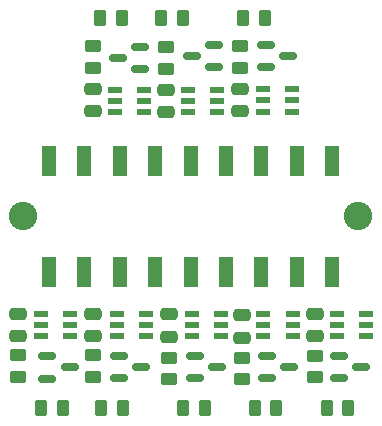
<source format=gbr>
%TF.GenerationSoftware,KiCad,Pcbnew,(6.0.0)*%
%TF.CreationDate,2022-03-28T21:24:56+02:00*%
%TF.ProjectId,BMS,424d532e-6b69-4636-9164-5f7063625858,rev?*%
%TF.SameCoordinates,Original*%
%TF.FileFunction,Soldermask,Top*%
%TF.FilePolarity,Negative*%
%FSLAX46Y46*%
G04 Gerber Fmt 4.6, Leading zero omitted, Abs format (unit mm)*
G04 Created by KiCad (PCBNEW (6.0.0)) date 2022-03-28 21:24:56*
%MOMM*%
%LPD*%
G01*
G04 APERTURE LIST*
G04 Aperture macros list*
%AMRoundRect*
0 Rectangle with rounded corners*
0 $1 Rounding radius*
0 $2 $3 $4 $5 $6 $7 $8 $9 X,Y pos of 4 corners*
0 Add a 4 corners polygon primitive as box body*
4,1,4,$2,$3,$4,$5,$6,$7,$8,$9,$2,$3,0*
0 Add four circle primitives for the rounded corners*
1,1,$1+$1,$2,$3*
1,1,$1+$1,$4,$5*
1,1,$1+$1,$6,$7*
1,1,$1+$1,$8,$9*
0 Add four rect primitives between the rounded corners*
20,1,$1+$1,$2,$3,$4,$5,0*
20,1,$1+$1,$4,$5,$6,$7,0*
20,1,$1+$1,$6,$7,$8,$9,0*
20,1,$1+$1,$8,$9,$2,$3,0*%
G04 Aperture macros list end*
%ADD10RoundRect,0.250000X0.475000X-0.250000X0.475000X0.250000X-0.475000X0.250000X-0.475000X-0.250000X0*%
%ADD11RoundRect,0.250000X-0.262500X-0.450000X0.262500X-0.450000X0.262500X0.450000X-0.262500X0.450000X0*%
%ADD12RoundRect,0.150000X-0.587500X-0.150000X0.587500X-0.150000X0.587500X0.150000X-0.587500X0.150000X0*%
%ADD13RoundRect,0.250000X-0.450000X0.262500X-0.450000X-0.262500X0.450000X-0.262500X0.450000X0.262500X0*%
%ADD14RoundRect,0.150000X0.587500X0.150000X-0.587500X0.150000X-0.587500X-0.150000X0.587500X-0.150000X0*%
%ADD15RoundRect,0.250000X0.450000X-0.262500X0.450000X0.262500X-0.450000X0.262500X-0.450000X-0.262500X0*%
%ADD16C,2.410000*%
%ADD17R,1.270000X2.540000*%
%ADD18R,1.150000X0.600000*%
G04 APERTURE END LIST*
D10*
%TO.C,C1*%
X98400000Y-72900000D03*
X98400000Y-71000000D03*
%TD*%
%TO.C,C8*%
X117200000Y-91950000D03*
X117200000Y-90050000D03*
%TD*%
D11*
%TO.C,R15*%
X112087500Y-98000000D03*
X113912500Y-98000000D03*
%TD*%
D10*
%TO.C,C3*%
X110800000Y-72900000D03*
X110800000Y-71000000D03*
%TD*%
D11*
%TO.C,R10*%
X104175000Y-65000000D03*
X106000000Y-65000000D03*
%TD*%
D10*
%TO.C,C4*%
X92000000Y-91950000D03*
X92000000Y-90050000D03*
%TD*%
%TO.C,C6*%
X104800000Y-92000000D03*
X104800000Y-90100000D03*
%TD*%
D12*
%TO.C,Q3*%
X113000000Y-67300000D03*
X113000000Y-69200000D03*
X114875000Y-68250000D03*
%TD*%
D13*
%TO.C,R3*%
X110800000Y-67400000D03*
X110800000Y-69225000D03*
%TD*%
D12*
%TO.C,Q4*%
X94525000Y-93650000D03*
X94525000Y-95550000D03*
X96400000Y-94600000D03*
%TD*%
D14*
%TO.C,Q1*%
X102337500Y-69350000D03*
X102337500Y-67450000D03*
X100462500Y-68400000D03*
%TD*%
D15*
%TO.C,R6*%
X104800000Y-95600000D03*
X104800000Y-93775000D03*
%TD*%
D11*
%TO.C,R16*%
X118175000Y-98000000D03*
X120000000Y-98000000D03*
%TD*%
D16*
%TO.C,J1*%
X120790000Y-81800000D03*
X92490000Y-81800000D03*
D17*
X94640000Y-77100000D03*
X97640000Y-77100000D03*
X100640000Y-77100000D03*
X103640000Y-77100000D03*
X106640000Y-77100000D03*
X109640000Y-77100000D03*
X112640000Y-77100000D03*
X115640000Y-77100000D03*
X118640000Y-77100000D03*
X94640000Y-86500000D03*
X97640000Y-86500000D03*
X100640000Y-86500000D03*
X103640000Y-86500000D03*
X106640000Y-86500000D03*
X109640000Y-86500000D03*
X112640000Y-86500000D03*
X115640000Y-86500000D03*
X118640000Y-86500000D03*
%TD*%
D12*
%TO.C,Q5*%
X100600000Y-93600000D03*
X100600000Y-95500000D03*
X102475000Y-94550000D03*
%TD*%
D10*
%TO.C,C7*%
X111000000Y-92100000D03*
X111000000Y-90200000D03*
%TD*%
%TO.C,C2*%
X104600000Y-73000000D03*
X104600000Y-71100000D03*
%TD*%
D18*
%TO.C,IC1*%
X100200000Y-71100000D03*
X100200000Y-72050000D03*
X100200000Y-73000000D03*
X102700000Y-73000000D03*
X102700000Y-72050000D03*
X102700000Y-71100000D03*
%TD*%
D11*
%TO.C,R13*%
X99087500Y-98000000D03*
X100912500Y-98000000D03*
%TD*%
D12*
%TO.C,Q6*%
X107000000Y-93600000D03*
X107000000Y-95500000D03*
X108875000Y-94550000D03*
%TD*%
D18*
%TO.C,IC4*%
X93950000Y-90050000D03*
X93950000Y-91000000D03*
X93950000Y-91950000D03*
X96450000Y-91950000D03*
X96450000Y-91000000D03*
X96450000Y-90050000D03*
%TD*%
D12*
%TO.C,Q7*%
X113125000Y-93600000D03*
X113125000Y-95500000D03*
X115000000Y-94550000D03*
%TD*%
D18*
%TO.C,IC5*%
X100400000Y-90050000D03*
X100400000Y-91000000D03*
X100400000Y-91950000D03*
X102900000Y-91950000D03*
X102900000Y-91000000D03*
X102900000Y-90050000D03*
%TD*%
D11*
%TO.C,R12*%
X94000000Y-98000000D03*
X95825000Y-98000000D03*
%TD*%
%TO.C,R14*%
X106000000Y-98000000D03*
X107825000Y-98000000D03*
%TD*%
D15*
%TO.C,R8*%
X117200000Y-95425000D03*
X117200000Y-93600000D03*
%TD*%
%TO.C,R5*%
X98400000Y-95400000D03*
X98400000Y-93575000D03*
%TD*%
D18*
%TO.C,IC2*%
X106400000Y-71100000D03*
X106400000Y-72050000D03*
X106400000Y-73000000D03*
X108900000Y-73000000D03*
X108900000Y-72050000D03*
X108900000Y-71100000D03*
%TD*%
%TO.C,IC6*%
X106750000Y-90050000D03*
X106750000Y-91000000D03*
X106750000Y-91950000D03*
X109250000Y-91950000D03*
X109250000Y-91000000D03*
X109250000Y-90050000D03*
%TD*%
D10*
%TO.C,C5*%
X98400000Y-91950000D03*
X98400000Y-90050000D03*
%TD*%
D18*
%TO.C,IC3*%
X112750000Y-71050000D03*
X112750000Y-72000000D03*
X112750000Y-72950000D03*
X115250000Y-72950000D03*
X115250000Y-72000000D03*
X115250000Y-71050000D03*
%TD*%
D11*
%TO.C,R9*%
X99000000Y-65000000D03*
X100825000Y-65000000D03*
%TD*%
%TO.C,R11*%
X111087500Y-65000000D03*
X112912500Y-65000000D03*
%TD*%
D15*
%TO.C,R7*%
X111000000Y-95600000D03*
X111000000Y-93775000D03*
%TD*%
D12*
%TO.C,Q8*%
X119200000Y-93600000D03*
X119200000Y-95500000D03*
X121075000Y-94550000D03*
%TD*%
D15*
%TO.C,R4*%
X92000000Y-95400000D03*
X92000000Y-93575000D03*
%TD*%
D14*
%TO.C,Q2*%
X108600000Y-69200000D03*
X108600000Y-67300000D03*
X106725000Y-68250000D03*
%TD*%
D18*
%TO.C,IC8*%
X119000000Y-90050000D03*
X119000000Y-91000000D03*
X119000000Y-91950000D03*
X121500000Y-91950000D03*
X121500000Y-91000000D03*
X121500000Y-90050000D03*
%TD*%
D13*
%TO.C,R2*%
X104600000Y-67487500D03*
X104600000Y-69312500D03*
%TD*%
D18*
%TO.C,IC7*%
X112800000Y-90050000D03*
X112800000Y-91000000D03*
X112800000Y-91950000D03*
X115300000Y-91950000D03*
X115300000Y-91000000D03*
X115300000Y-90050000D03*
%TD*%
D13*
%TO.C,R1*%
X98400000Y-67400000D03*
X98400000Y-69225000D03*
%TD*%
M02*

</source>
